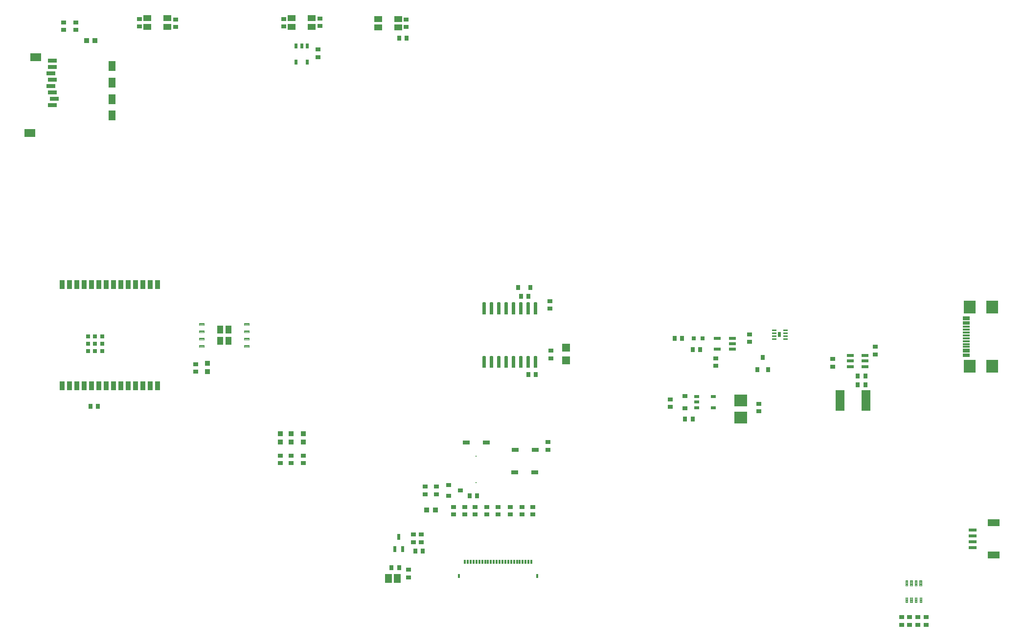
<source format=gbr>
G04 EAGLE Gerber RS-274X export*
G75*
%MOMM*%
%FSLAX34Y34*%
%LPD*%
%INSolderpaste Top*%
%IPPOS*%
%AMOC8*
5,1,8,0,0,1.08239X$1,22.5*%
G01*
G04 Define Apertures*
%ADD10R,1.200000X1.800000*%
%ADD11R,1.900000X1.400000*%
%ADD12R,1.500000X0.700000*%
%ADD13R,0.600000X0.900000*%
%ADD14C,0.147500*%
%ADD15R,0.900000X1.500000*%
%ADD16R,0.800000X0.800000*%
%ADD17C,0.125000*%
%ADD18R,1.200000X0.550000*%
%ADD19R,0.300000X0.800000*%
%ADD20R,0.400000X0.800000*%
%ADD21R,0.560000X0.820000*%
%ADD22C,0.067500*%
%ADD23R,2.000000X1.200000*%
%ADD24R,1.350000X0.600000*%
%ADD25R,1.150000X0.300000*%
%ADD26R,2.000000X2.180000*%
%ADD27R,1.200000X0.600000*%
%ADD28R,1.010000X1.460000*%
%ADD29C,0.110000*%
%ADD30R,0.900000X0.600000*%
%ADD31R,1.500000X3.600000*%
%ADD32R,0.700000X0.900000*%
%ADD33R,0.900000X0.700000*%
%ADD34R,2.200000X2.000000*%
%ADD35R,0.900000X0.800000*%
%ADD36R,0.800000X0.900000*%
%ADD37R,1.168400X1.600200*%
%ADD38R,0.127000X0.127000*%
%ADD39R,1.150000X0.800000*%
%ADD40R,0.500000X1.050000*%
%ADD41R,1.400000X1.050000*%
%ADD42R,1.400000X1.400000*%
%ADD43R,0.970000X0.940000*%
%ADD44R,0.940000X0.970000*%
D10*
X-687840Y380000D03*
X-687840Y437000D03*
D11*
X-830340Y350000D03*
X-820340Y481500D03*
D12*
X-791840Y398000D03*
X-787840Y409000D03*
X-791840Y420000D03*
X-793840Y431000D03*
X-791840Y442000D03*
X-793840Y453000D03*
X-791840Y464000D03*
X-791840Y475000D03*
D10*
X-687840Y408500D03*
X-687840Y465500D03*
D13*
X-350500Y501000D03*
X-360000Y501000D03*
X-369500Y501000D03*
X-369500Y473000D03*
X-350500Y473000D03*
D14*
X42737Y56063D02*
X42737Y37037D01*
X42737Y56063D02*
X47163Y56063D01*
X47163Y37037D01*
X42737Y37037D01*
X42737Y38438D02*
X47163Y38438D01*
X47163Y39839D02*
X42737Y39839D01*
X42737Y41240D02*
X47163Y41240D01*
X47163Y42641D02*
X42737Y42641D01*
X42737Y44042D02*
X47163Y44042D01*
X47163Y45443D02*
X42737Y45443D01*
X42737Y46844D02*
X47163Y46844D01*
X47163Y48245D02*
X42737Y48245D01*
X42737Y49646D02*
X47163Y49646D01*
X47163Y51047D02*
X42737Y51047D01*
X42737Y52448D02*
X47163Y52448D01*
X47163Y53849D02*
X42737Y53849D01*
X42737Y55250D02*
X47163Y55250D01*
X30037Y56063D02*
X30037Y37037D01*
X30037Y56063D02*
X34463Y56063D01*
X34463Y37037D01*
X30037Y37037D01*
X30037Y38438D02*
X34463Y38438D01*
X34463Y39839D02*
X30037Y39839D01*
X30037Y41240D02*
X34463Y41240D01*
X34463Y42641D02*
X30037Y42641D01*
X30037Y44042D02*
X34463Y44042D01*
X34463Y45443D02*
X30037Y45443D01*
X30037Y46844D02*
X34463Y46844D01*
X34463Y48245D02*
X30037Y48245D01*
X30037Y49646D02*
X34463Y49646D01*
X34463Y51047D02*
X30037Y51047D01*
X30037Y52448D02*
X34463Y52448D01*
X34463Y53849D02*
X30037Y53849D01*
X30037Y55250D02*
X34463Y55250D01*
X17337Y56063D02*
X17337Y37037D01*
X17337Y56063D02*
X21763Y56063D01*
X21763Y37037D01*
X17337Y37037D01*
X17337Y38438D02*
X21763Y38438D01*
X21763Y39839D02*
X17337Y39839D01*
X17337Y41240D02*
X21763Y41240D01*
X21763Y42641D02*
X17337Y42641D01*
X17337Y44042D02*
X21763Y44042D01*
X21763Y45443D02*
X17337Y45443D01*
X17337Y46844D02*
X21763Y46844D01*
X21763Y48245D02*
X17337Y48245D01*
X17337Y49646D02*
X21763Y49646D01*
X21763Y51047D02*
X17337Y51047D01*
X17337Y52448D02*
X21763Y52448D01*
X21763Y53849D02*
X17337Y53849D01*
X17337Y55250D02*
X21763Y55250D01*
X4637Y56063D02*
X4637Y37037D01*
X4637Y56063D02*
X9063Y56063D01*
X9063Y37037D01*
X4637Y37037D01*
X4637Y38438D02*
X9063Y38438D01*
X9063Y39839D02*
X4637Y39839D01*
X4637Y41240D02*
X9063Y41240D01*
X9063Y42641D02*
X4637Y42641D01*
X4637Y44042D02*
X9063Y44042D01*
X9063Y45443D02*
X4637Y45443D01*
X4637Y46844D02*
X9063Y46844D01*
X9063Y48245D02*
X4637Y48245D01*
X4637Y49646D02*
X9063Y49646D01*
X9063Y51047D02*
X4637Y51047D01*
X4637Y52448D02*
X9063Y52448D01*
X9063Y53849D02*
X4637Y53849D01*
X4637Y55250D02*
X9063Y55250D01*
X-8063Y56063D02*
X-8063Y37037D01*
X-8063Y56063D02*
X-3637Y56063D01*
X-3637Y37037D01*
X-8063Y37037D01*
X-8063Y38438D02*
X-3637Y38438D01*
X-3637Y39839D02*
X-8063Y39839D01*
X-8063Y41240D02*
X-3637Y41240D01*
X-3637Y42641D02*
X-8063Y42641D01*
X-8063Y44042D02*
X-3637Y44042D01*
X-3637Y45443D02*
X-8063Y45443D01*
X-8063Y46844D02*
X-3637Y46844D01*
X-3637Y48245D02*
X-8063Y48245D01*
X-8063Y49646D02*
X-3637Y49646D01*
X-3637Y51047D02*
X-8063Y51047D01*
X-8063Y52448D02*
X-3637Y52448D01*
X-3637Y53849D02*
X-8063Y53849D01*
X-8063Y55250D02*
X-3637Y55250D01*
X-20763Y56063D02*
X-20763Y37037D01*
X-20763Y56063D02*
X-16337Y56063D01*
X-16337Y37037D01*
X-20763Y37037D01*
X-20763Y38438D02*
X-16337Y38438D01*
X-16337Y39839D02*
X-20763Y39839D01*
X-20763Y41240D02*
X-16337Y41240D01*
X-16337Y42641D02*
X-20763Y42641D01*
X-20763Y44042D02*
X-16337Y44042D01*
X-16337Y45443D02*
X-20763Y45443D01*
X-20763Y46844D02*
X-16337Y46844D01*
X-16337Y48245D02*
X-20763Y48245D01*
X-20763Y49646D02*
X-16337Y49646D01*
X-16337Y51047D02*
X-20763Y51047D01*
X-20763Y52448D02*
X-16337Y52448D01*
X-16337Y53849D02*
X-20763Y53849D01*
X-20763Y55250D02*
X-16337Y55250D01*
X-33463Y56063D02*
X-33463Y37037D01*
X-33463Y56063D02*
X-29037Y56063D01*
X-29037Y37037D01*
X-33463Y37037D01*
X-33463Y38438D02*
X-29037Y38438D01*
X-29037Y39839D02*
X-33463Y39839D01*
X-33463Y41240D02*
X-29037Y41240D01*
X-29037Y42641D02*
X-33463Y42641D01*
X-33463Y44042D02*
X-29037Y44042D01*
X-29037Y45443D02*
X-33463Y45443D01*
X-33463Y46844D02*
X-29037Y46844D01*
X-29037Y48245D02*
X-33463Y48245D01*
X-33463Y49646D02*
X-29037Y49646D01*
X-29037Y51047D02*
X-33463Y51047D01*
X-33463Y52448D02*
X-29037Y52448D01*
X-29037Y53849D02*
X-33463Y53849D01*
X-33463Y55250D02*
X-29037Y55250D01*
X-46163Y56063D02*
X-46163Y37037D01*
X-46163Y56063D02*
X-41737Y56063D01*
X-41737Y37037D01*
X-46163Y37037D01*
X-46163Y38438D02*
X-41737Y38438D01*
X-41737Y39839D02*
X-46163Y39839D01*
X-46163Y41240D02*
X-41737Y41240D01*
X-41737Y42641D02*
X-46163Y42641D01*
X-46163Y44042D02*
X-41737Y44042D01*
X-41737Y45443D02*
X-46163Y45443D01*
X-46163Y46844D02*
X-41737Y46844D01*
X-41737Y48245D02*
X-46163Y48245D01*
X-46163Y49646D02*
X-41737Y49646D01*
X-41737Y51047D02*
X-46163Y51047D01*
X-46163Y52448D02*
X-41737Y52448D01*
X-41737Y53849D02*
X-46163Y53849D01*
X-46163Y55250D02*
X-41737Y55250D01*
X-46163Y-37037D02*
X-46163Y-56063D01*
X-46163Y-37037D02*
X-41737Y-37037D01*
X-41737Y-56063D01*
X-46163Y-56063D01*
X-46163Y-54662D02*
X-41737Y-54662D01*
X-41737Y-53261D02*
X-46163Y-53261D01*
X-46163Y-51860D02*
X-41737Y-51860D01*
X-41737Y-50459D02*
X-46163Y-50459D01*
X-46163Y-49058D02*
X-41737Y-49058D01*
X-41737Y-47657D02*
X-46163Y-47657D01*
X-46163Y-46256D02*
X-41737Y-46256D01*
X-41737Y-44855D02*
X-46163Y-44855D01*
X-46163Y-43454D02*
X-41737Y-43454D01*
X-41737Y-42053D02*
X-46163Y-42053D01*
X-46163Y-40652D02*
X-41737Y-40652D01*
X-41737Y-39251D02*
X-46163Y-39251D01*
X-46163Y-37850D02*
X-41737Y-37850D01*
X-33463Y-37037D02*
X-33463Y-56063D01*
X-33463Y-37037D02*
X-29037Y-37037D01*
X-29037Y-56063D01*
X-33463Y-56063D01*
X-33463Y-54662D02*
X-29037Y-54662D01*
X-29037Y-53261D02*
X-33463Y-53261D01*
X-33463Y-51860D02*
X-29037Y-51860D01*
X-29037Y-50459D02*
X-33463Y-50459D01*
X-33463Y-49058D02*
X-29037Y-49058D01*
X-29037Y-47657D02*
X-33463Y-47657D01*
X-33463Y-46256D02*
X-29037Y-46256D01*
X-29037Y-44855D02*
X-33463Y-44855D01*
X-33463Y-43454D02*
X-29037Y-43454D01*
X-29037Y-42053D02*
X-33463Y-42053D01*
X-33463Y-40652D02*
X-29037Y-40652D01*
X-29037Y-39251D02*
X-33463Y-39251D01*
X-33463Y-37850D02*
X-29037Y-37850D01*
X-20763Y-37037D02*
X-20763Y-56063D01*
X-20763Y-37037D02*
X-16337Y-37037D01*
X-16337Y-56063D01*
X-20763Y-56063D01*
X-20763Y-54662D02*
X-16337Y-54662D01*
X-16337Y-53261D02*
X-20763Y-53261D01*
X-20763Y-51860D02*
X-16337Y-51860D01*
X-16337Y-50459D02*
X-20763Y-50459D01*
X-20763Y-49058D02*
X-16337Y-49058D01*
X-16337Y-47657D02*
X-20763Y-47657D01*
X-20763Y-46256D02*
X-16337Y-46256D01*
X-16337Y-44855D02*
X-20763Y-44855D01*
X-20763Y-43454D02*
X-16337Y-43454D01*
X-16337Y-42053D02*
X-20763Y-42053D01*
X-20763Y-40652D02*
X-16337Y-40652D01*
X-16337Y-39251D02*
X-20763Y-39251D01*
X-20763Y-37850D02*
X-16337Y-37850D01*
X-8063Y-37037D02*
X-8063Y-56063D01*
X-8063Y-37037D02*
X-3637Y-37037D01*
X-3637Y-56063D01*
X-8063Y-56063D01*
X-8063Y-54662D02*
X-3637Y-54662D01*
X-3637Y-53261D02*
X-8063Y-53261D01*
X-8063Y-51860D02*
X-3637Y-51860D01*
X-3637Y-50459D02*
X-8063Y-50459D01*
X-8063Y-49058D02*
X-3637Y-49058D01*
X-3637Y-47657D02*
X-8063Y-47657D01*
X-8063Y-46256D02*
X-3637Y-46256D01*
X-3637Y-44855D02*
X-8063Y-44855D01*
X-8063Y-43454D02*
X-3637Y-43454D01*
X-3637Y-42053D02*
X-8063Y-42053D01*
X-8063Y-40652D02*
X-3637Y-40652D01*
X-3637Y-39251D02*
X-8063Y-39251D01*
X-8063Y-37850D02*
X-3637Y-37850D01*
X4637Y-37037D02*
X4637Y-56063D01*
X4637Y-37037D02*
X9063Y-37037D01*
X9063Y-56063D01*
X4637Y-56063D01*
X4637Y-54662D02*
X9063Y-54662D01*
X9063Y-53261D02*
X4637Y-53261D01*
X4637Y-51860D02*
X9063Y-51860D01*
X9063Y-50459D02*
X4637Y-50459D01*
X4637Y-49058D02*
X9063Y-49058D01*
X9063Y-47657D02*
X4637Y-47657D01*
X4637Y-46256D02*
X9063Y-46256D01*
X9063Y-44855D02*
X4637Y-44855D01*
X4637Y-43454D02*
X9063Y-43454D01*
X9063Y-42053D02*
X4637Y-42053D01*
X4637Y-40652D02*
X9063Y-40652D01*
X9063Y-39251D02*
X4637Y-39251D01*
X4637Y-37850D02*
X9063Y-37850D01*
X17337Y-37037D02*
X17337Y-56063D01*
X17337Y-37037D02*
X21763Y-37037D01*
X21763Y-56063D01*
X17337Y-56063D01*
X17337Y-54662D02*
X21763Y-54662D01*
X21763Y-53261D02*
X17337Y-53261D01*
X17337Y-51860D02*
X21763Y-51860D01*
X21763Y-50459D02*
X17337Y-50459D01*
X17337Y-49058D02*
X21763Y-49058D01*
X21763Y-47657D02*
X17337Y-47657D01*
X17337Y-46256D02*
X21763Y-46256D01*
X21763Y-44855D02*
X17337Y-44855D01*
X17337Y-43454D02*
X21763Y-43454D01*
X21763Y-42053D02*
X17337Y-42053D01*
X17337Y-40652D02*
X21763Y-40652D01*
X21763Y-39251D02*
X17337Y-39251D01*
X17337Y-37850D02*
X21763Y-37850D01*
X30037Y-37037D02*
X30037Y-56063D01*
X30037Y-37037D02*
X34463Y-37037D01*
X34463Y-56063D01*
X30037Y-56063D01*
X30037Y-54662D02*
X34463Y-54662D01*
X34463Y-53261D02*
X30037Y-53261D01*
X30037Y-51860D02*
X34463Y-51860D01*
X34463Y-50459D02*
X30037Y-50459D01*
X30037Y-49058D02*
X34463Y-49058D01*
X34463Y-47657D02*
X30037Y-47657D01*
X30037Y-46256D02*
X34463Y-46256D01*
X34463Y-44855D02*
X30037Y-44855D01*
X30037Y-43454D02*
X34463Y-43454D01*
X34463Y-42053D02*
X30037Y-42053D01*
X30037Y-40652D02*
X34463Y-40652D01*
X34463Y-39251D02*
X30037Y-39251D01*
X30037Y-37850D02*
X34463Y-37850D01*
X42737Y-37037D02*
X42737Y-56063D01*
X42737Y-37037D02*
X47163Y-37037D01*
X47163Y-56063D01*
X42737Y-56063D01*
X42737Y-54662D02*
X47163Y-54662D01*
X47163Y-53261D02*
X42737Y-53261D01*
X42737Y-51860D02*
X47163Y-51860D01*
X47163Y-50459D02*
X42737Y-50459D01*
X42737Y-49058D02*
X47163Y-49058D01*
X47163Y-47657D02*
X42737Y-47657D01*
X42737Y-46256D02*
X47163Y-46256D01*
X47163Y-44855D02*
X42737Y-44855D01*
X42737Y-43454D02*
X47163Y-43454D01*
X47163Y-42053D02*
X42737Y-42053D01*
X42737Y-40652D02*
X47163Y-40652D01*
X47163Y-39251D02*
X42737Y-39251D01*
X42737Y-37850D02*
X47163Y-37850D01*
D15*
X-774600Y-87500D03*
X-761900Y-87500D03*
X-749200Y-87500D03*
X-736500Y-87500D03*
X-723800Y-87500D03*
X-711100Y-87500D03*
X-698400Y-87500D03*
X-685700Y-87500D03*
X-673000Y-87500D03*
X-660300Y-87500D03*
X-647600Y-87500D03*
X-634900Y-87500D03*
X-622200Y-87500D03*
X-609500Y-87500D03*
X-609500Y87500D03*
X-622200Y87500D03*
X-634900Y87500D03*
X-647600Y87500D03*
X-660300Y87500D03*
X-673000Y87500D03*
X-685700Y87500D03*
X-698400Y87500D03*
X-711100Y87500D03*
X-723800Y87500D03*
X-736500Y87500D03*
X-749200Y87500D03*
X-761900Y87500D03*
X-774600Y87500D03*
D16*
X-717400Y-15050D03*
X-729900Y-27550D03*
X-729900Y-15050D03*
X-729900Y-2550D03*
X-717400Y-27550D03*
X-717400Y-2550D03*
X-704900Y-27550D03*
X-704900Y-15050D03*
X-704900Y-2550D03*
D17*
X688875Y-424965D02*
X688875Y-433875D01*
X685125Y-433875D01*
X685125Y-424965D01*
X688875Y-424965D01*
X688875Y-432688D02*
X685125Y-432688D01*
X685125Y-431501D02*
X688875Y-431501D01*
X688875Y-430314D02*
X685125Y-430314D01*
X685125Y-429127D02*
X688875Y-429127D01*
X688875Y-427940D02*
X685125Y-427940D01*
X685125Y-426753D02*
X688875Y-426753D01*
X688875Y-425566D02*
X685125Y-425566D01*
X696875Y-424965D02*
X696875Y-433875D01*
X693125Y-433875D01*
X693125Y-424965D01*
X696875Y-424965D01*
X696875Y-432688D02*
X693125Y-432688D01*
X693125Y-431501D02*
X696875Y-431501D01*
X696875Y-430314D02*
X693125Y-430314D01*
X693125Y-429127D02*
X696875Y-429127D01*
X696875Y-427940D02*
X693125Y-427940D01*
X693125Y-426753D02*
X696875Y-426753D01*
X696875Y-425566D02*
X693125Y-425566D01*
X704875Y-424965D02*
X704875Y-433875D01*
X701125Y-433875D01*
X701125Y-424965D01*
X704875Y-424965D01*
X704875Y-432688D02*
X701125Y-432688D01*
X701125Y-431501D02*
X704875Y-431501D01*
X704875Y-430314D02*
X701125Y-430314D01*
X701125Y-429127D02*
X704875Y-429127D01*
X704875Y-427940D02*
X701125Y-427940D01*
X701125Y-426753D02*
X704875Y-426753D01*
X704875Y-425566D02*
X701125Y-425566D01*
X712875Y-424965D02*
X712875Y-433875D01*
X709125Y-433875D01*
X709125Y-424965D01*
X712875Y-424965D01*
X712875Y-432688D02*
X709125Y-432688D01*
X709125Y-431501D02*
X712875Y-431501D01*
X712875Y-430314D02*
X709125Y-430314D01*
X709125Y-429127D02*
X712875Y-429127D01*
X712875Y-427940D02*
X709125Y-427940D01*
X709125Y-426753D02*
X712875Y-426753D01*
X712875Y-425566D02*
X709125Y-425566D01*
X713075Y-454125D02*
X713075Y-463035D01*
X709325Y-463035D01*
X709325Y-454125D01*
X713075Y-454125D01*
X713075Y-461848D02*
X709325Y-461848D01*
X709325Y-460661D02*
X713075Y-460661D01*
X713075Y-459474D02*
X709325Y-459474D01*
X709325Y-458287D02*
X713075Y-458287D01*
X713075Y-457100D02*
X709325Y-457100D01*
X709325Y-455913D02*
X713075Y-455913D01*
X713075Y-454726D02*
X709325Y-454726D01*
X704875Y-454125D02*
X704875Y-463035D01*
X701125Y-463035D01*
X701125Y-454125D01*
X704875Y-454125D01*
X704875Y-461848D02*
X701125Y-461848D01*
X701125Y-460661D02*
X704875Y-460661D01*
X704875Y-459474D02*
X701125Y-459474D01*
X701125Y-458287D02*
X704875Y-458287D01*
X704875Y-457100D02*
X701125Y-457100D01*
X701125Y-455913D02*
X704875Y-455913D01*
X704875Y-454726D02*
X701125Y-454726D01*
X696875Y-454125D02*
X696875Y-463035D01*
X693125Y-463035D01*
X693125Y-454125D01*
X696875Y-454125D01*
X696875Y-461848D02*
X693125Y-461848D01*
X693125Y-460661D02*
X696875Y-460661D01*
X696875Y-459474D02*
X693125Y-459474D01*
X693125Y-458287D02*
X696875Y-458287D01*
X696875Y-457100D02*
X693125Y-457100D01*
X693125Y-455913D02*
X696875Y-455913D01*
X696875Y-454726D02*
X693125Y-454726D01*
X688875Y-454125D02*
X688875Y-463035D01*
X685125Y-463035D01*
X685125Y-454125D01*
X688875Y-454125D01*
X688875Y-461848D02*
X685125Y-461848D01*
X685125Y-460661D02*
X688875Y-460661D01*
X688875Y-459474D02*
X685125Y-459474D01*
X685125Y-458287D02*
X688875Y-458287D01*
X688875Y-457100D02*
X685125Y-457100D01*
X685125Y-455913D02*
X688875Y-455913D01*
X688875Y-454726D02*
X685125Y-454726D01*
D18*
X385001Y-24500D03*
X385001Y-15000D03*
X385001Y-5500D03*
X358999Y-5500D03*
X358999Y-24500D03*
D19*
X37500Y-392500D03*
X32500Y-392500D03*
X27500Y-392500D03*
X22500Y-392500D03*
X17500Y-392500D03*
X12500Y-392500D03*
X7500Y-392500D03*
X2500Y-392500D03*
X-2500Y-392500D03*
X-7500Y-392500D03*
X-12500Y-392500D03*
X-17500Y-392500D03*
X-22500Y-392500D03*
X-27500Y-392500D03*
X-32500Y-392500D03*
X-37500Y-392500D03*
X-42500Y-392500D03*
X-47500Y-392500D03*
X-52500Y-392500D03*
X-57500Y-392500D03*
X-62500Y-392500D03*
X-67500Y-392500D03*
X-72500Y-392500D03*
X-77500Y-392500D03*
D20*
X47500Y-417500D03*
X-87500Y-417500D03*
D21*
X467000Y1000D03*
D22*
X460613Y7487D02*
X453687Y7487D01*
X453687Y9513D01*
X460613Y9513D01*
X460613Y7487D01*
X460613Y8128D02*
X453687Y8128D01*
X453687Y8769D02*
X460613Y8769D01*
X460613Y9410D02*
X453687Y9410D01*
X453687Y2487D02*
X460613Y2487D01*
X453687Y2487D02*
X453687Y4513D01*
X460613Y4513D01*
X460613Y2487D01*
X460613Y3128D02*
X453687Y3128D01*
X453687Y3769D02*
X460613Y3769D01*
X460613Y4410D02*
X453687Y4410D01*
X453687Y-2513D02*
X460613Y-2513D01*
X453687Y-2513D02*
X453687Y-487D01*
X460613Y-487D01*
X460613Y-2513D01*
X460613Y-1872D02*
X453687Y-1872D01*
X453687Y-1231D02*
X460613Y-1231D01*
X460613Y-590D02*
X453687Y-590D01*
X453687Y-7513D02*
X460613Y-7513D01*
X453687Y-7513D02*
X453687Y-5487D01*
X460613Y-5487D01*
X460613Y-7513D01*
X460613Y-6872D02*
X453687Y-6872D01*
X453687Y-6231D02*
X460613Y-6231D01*
X460613Y-5590D02*
X453687Y-5590D01*
X473387Y-7513D02*
X480313Y-7513D01*
X473387Y-7513D02*
X473387Y-5487D01*
X480313Y-5487D01*
X480313Y-7513D01*
X480313Y-6872D02*
X473387Y-6872D01*
X473387Y-6231D02*
X480313Y-6231D01*
X480313Y-5590D02*
X473387Y-5590D01*
X473387Y-2513D02*
X480313Y-2513D01*
X473387Y-2513D02*
X473387Y-487D01*
X480313Y-487D01*
X480313Y-2513D01*
X480313Y-1872D02*
X473387Y-1872D01*
X473387Y-1231D02*
X480313Y-1231D01*
X480313Y-590D02*
X473387Y-590D01*
X473387Y2487D02*
X480313Y2487D01*
X473387Y2487D02*
X473387Y4513D01*
X480313Y4513D01*
X480313Y2487D01*
X480313Y3128D02*
X473387Y3128D01*
X473387Y3769D02*
X480313Y3769D01*
X480313Y4410D02*
X473387Y4410D01*
X473387Y7487D02*
X480313Y7487D01*
X473387Y7487D02*
X473387Y9513D01*
X480313Y9513D01*
X480313Y7487D01*
X480313Y8128D02*
X473387Y8128D01*
X473387Y8769D02*
X480313Y8769D01*
X480313Y9410D02*
X473387Y9410D01*
D23*
X837750Y-381000D03*
X837750Y-325000D03*
D24*
X801000Y-368000D03*
X801000Y-358000D03*
X801000Y-348000D03*
X801000Y-338000D03*
D25*
X790220Y-36500D03*
X790220Y-28500D03*
X790220Y-15500D03*
X790220Y-5500D03*
X790220Y-500D03*
X790220Y9500D03*
X790220Y22500D03*
X790220Y30500D03*
X790220Y27500D03*
X790220Y19500D03*
X790220Y14500D03*
X790220Y4500D03*
X790220Y-10500D03*
X790220Y-20500D03*
X790220Y-25500D03*
X790220Y-33500D03*
D26*
X835270Y-54100D03*
X835270Y48100D03*
X795970Y-54100D03*
X795970Y48100D03*
D27*
X589500Y-35500D03*
X589500Y-45000D03*
X589500Y-54500D03*
X614500Y-54500D03*
X614500Y-45000D03*
X614500Y-35500D03*
D28*
X-501350Y9600D03*
X-486650Y9600D03*
X-501350Y-9600D03*
X-486650Y-9600D03*
D29*
X-528800Y17400D02*
X-537100Y17400D01*
X-537100Y20700D01*
X-528800Y20700D01*
X-528800Y17400D01*
X-528800Y18445D02*
X-537100Y18445D01*
X-537100Y19490D02*
X-528800Y19490D01*
X-528800Y20535D02*
X-537100Y20535D01*
X-537100Y4700D02*
X-528800Y4700D01*
X-537100Y4700D02*
X-537100Y8000D01*
X-528800Y8000D01*
X-528800Y4700D01*
X-528800Y5745D02*
X-537100Y5745D01*
X-537100Y6790D02*
X-528800Y6790D01*
X-528800Y7835D02*
X-537100Y7835D01*
X-537100Y-8000D02*
X-528800Y-8000D01*
X-537100Y-8000D02*
X-537100Y-4700D01*
X-528800Y-4700D01*
X-528800Y-8000D01*
X-528800Y-6955D02*
X-537100Y-6955D01*
X-537100Y-5910D02*
X-528800Y-5910D01*
X-528800Y-4865D02*
X-537100Y-4865D01*
X-537100Y-20700D02*
X-528800Y-20700D01*
X-537100Y-20700D02*
X-537100Y-17400D01*
X-528800Y-17400D01*
X-528800Y-20700D01*
X-528800Y-19655D02*
X-537100Y-19655D01*
X-537100Y-18610D02*
X-528800Y-18610D01*
X-528800Y-17565D02*
X-537100Y-17565D01*
X-459200Y-20700D02*
X-450900Y-20700D01*
X-459200Y-20700D02*
X-459200Y-17400D01*
X-450900Y-17400D01*
X-450900Y-20700D01*
X-450900Y-19655D02*
X-459200Y-19655D01*
X-459200Y-18610D02*
X-450900Y-18610D01*
X-450900Y-17565D02*
X-459200Y-17565D01*
X-459200Y-8000D02*
X-450900Y-8000D01*
X-459200Y-8000D02*
X-459200Y-4700D01*
X-450900Y-4700D01*
X-450900Y-8000D01*
X-450900Y-6955D02*
X-459200Y-6955D01*
X-459200Y-5910D02*
X-450900Y-5910D01*
X-450900Y-4865D02*
X-459200Y-4865D01*
X-459200Y4700D02*
X-450900Y4700D01*
X-459200Y4700D02*
X-459200Y8000D01*
X-450900Y8000D01*
X-450900Y4700D01*
X-450900Y5745D02*
X-459200Y5745D01*
X-459200Y6790D02*
X-450900Y6790D01*
X-450900Y7835D02*
X-459200Y7835D01*
X-459200Y17400D02*
X-450900Y17400D01*
X-459200Y17400D02*
X-459200Y20700D01*
X-450900Y20700D01*
X-450900Y17400D01*
X-450900Y18445D02*
X-459200Y18445D01*
X-459200Y19490D02*
X-450900Y19490D01*
X-450900Y20535D02*
X-459200Y20535D01*
D30*
X324000Y-106500D03*
X324000Y-116000D03*
X324000Y-125500D03*
X352000Y-125500D03*
X352000Y-106500D03*
D31*
X616500Y-113000D03*
X571500Y-113000D03*
D32*
X602500Y-86000D03*
X615500Y-86000D03*
D33*
X633000Y-20500D03*
X633000Y-33500D03*
D32*
X602500Y-71000D03*
X615500Y-71000D03*
D33*
X559000Y-54500D03*
X559000Y-41500D03*
D32*
X303500Y-145000D03*
X316500Y-145000D03*
D33*
X431500Y-119100D03*
X431500Y-132100D03*
D34*
X400000Y-113000D03*
X400000Y-143000D03*
D35*
X303000Y-126500D03*
X303000Y-105500D03*
D36*
X428500Y-60000D03*
X447500Y-60000D03*
X438000Y-39000D03*
D33*
X278000Y-124500D03*
X278000Y-111500D03*
X-751000Y541500D03*
X-751000Y528500D03*
D32*
X-712500Y-123000D03*
X-725500Y-123000D03*
D37*
X-194380Y-421000D03*
X-209620Y-421000D03*
D33*
X-175000Y-419500D03*
X-175000Y-406500D03*
D38*
X-58000Y-210140D03*
X-58000Y-255860D03*
D32*
X-56500Y-278000D03*
X-69500Y-278000D03*
D39*
X8500Y-238000D03*
X43500Y-238000D03*
X-40500Y-186000D03*
X-75500Y-186000D03*
X44500Y-199000D03*
X9500Y-199000D03*
D33*
X66000Y-198500D03*
X66000Y-185500D03*
D32*
X-191500Y-403000D03*
X-204500Y-403000D03*
D40*
X-198500Y-370500D03*
X-185500Y-370500D03*
X-192000Y-349500D03*
D32*
X-150500Y-374000D03*
X-163500Y-374000D03*
D33*
X357000Y-40500D03*
X357000Y-53500D03*
D16*
X333500Y-6000D03*
X318500Y-6000D03*
D32*
X285500Y-6000D03*
X298500Y-6000D03*
X316500Y-25000D03*
X329500Y-25000D03*
D33*
X415000Y1500D03*
X415000Y-11500D03*
X-97000Y-297500D03*
X-97000Y-310500D03*
X-167000Y-345500D03*
X-167000Y-358500D03*
X-153000Y-345500D03*
X-153000Y-358500D03*
X-78000Y-297500D03*
X-78000Y-310500D03*
X-60000Y-297500D03*
X-60000Y-310500D03*
X-40000Y-297500D03*
X-40000Y-310500D03*
X-20000Y-297500D03*
X-20000Y-310500D03*
X1000Y-297500D03*
X1000Y-310500D03*
X21000Y-297500D03*
X21000Y-310500D03*
X40000Y-297500D03*
X40000Y-310500D03*
D35*
X-106000Y-259500D03*
X-106000Y-278500D03*
X-85000Y-269000D03*
D33*
X-127000Y-262500D03*
X-127000Y-275500D03*
X721000Y-501500D03*
X721000Y-488500D03*
X706000Y-501500D03*
X706000Y-488500D03*
X692000Y-488500D03*
X692000Y-501500D03*
X678000Y-488500D03*
X678000Y-501500D03*
X-332000Y481500D03*
X-332000Y494500D03*
X-179000Y546500D03*
X-179000Y533500D03*
D41*
X-192500Y547500D03*
X-227500Y547500D03*
X-227500Y532500D03*
X-192500Y532500D03*
D32*
X-178500Y514000D03*
X-191500Y514000D03*
D33*
X-641000Y547500D03*
X-641000Y534500D03*
D41*
X-592500Y548500D03*
X-627500Y548500D03*
X-627500Y533500D03*
X-592500Y533500D03*
D33*
X-578000Y546500D03*
X-578000Y533500D03*
X-391024Y547600D03*
X-391024Y534600D03*
D41*
X-342500Y548500D03*
X-377500Y548500D03*
X-377500Y533500D03*
X-342500Y533500D03*
D33*
X-328000Y548340D03*
X-328000Y535340D03*
D36*
X35900Y82600D03*
X14900Y82600D03*
D33*
X69200Y45900D03*
X69200Y58900D03*
X71000Y-40100D03*
X71000Y-27100D03*
D42*
X97300Y-44100D03*
X97300Y-22100D03*
D32*
X32300Y-68300D03*
X45300Y-68300D03*
X32700Y67100D03*
X19700Y67100D03*
D43*
X-717500Y510000D03*
X-732500Y510000D03*
D33*
X-772000Y528500D03*
X-772000Y541500D03*
D44*
X-523000Y-48500D03*
X-523000Y-63500D03*
D33*
X-543000Y-63500D03*
X-543000Y-50500D03*
D44*
X-378000Y-170500D03*
X-378000Y-185500D03*
D33*
X-378000Y-208500D03*
X-378000Y-221500D03*
D44*
X-357000Y-170500D03*
X-357000Y-185500D03*
D33*
X-357000Y-208500D03*
X-357000Y-221500D03*
D43*
X-143500Y-303000D03*
X-128500Y-303000D03*
D33*
X-146000Y-275500D03*
X-146000Y-262500D03*
D44*
X-397000Y-170500D03*
X-397000Y-185500D03*
D33*
X-397000Y-208500D03*
X-397000Y-221500D03*
M02*

</source>
